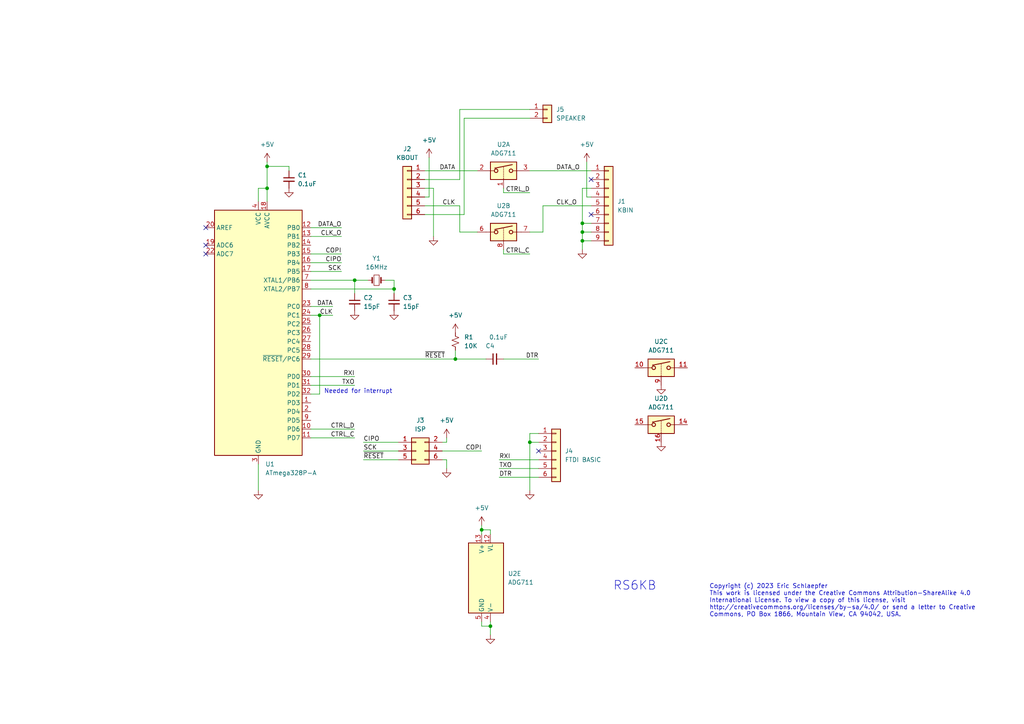
<source format=kicad_sch>
(kicad_sch (version 20211123) (generator eeschema)
  (paper "A4")
  (lib_symbols
    (symbol "Analog_Switch:DG412xUE" (pin_names (offset 0.254))
      (property "Reference" "U" (at -3.175 5.334 0))
      (property "Value" "DG412xUE" (at -3.175 3.556 0))
      (symbol "DG412xUE_1_1"
        (rectangle (start -3.81 2.54) (end 3.81 -2.54) (stroke (width 0.254)) (fill (type background)))
        (circle (center -2.159 0) (radius 0.508) (stroke (width 0.254)))
        (polyline (pts (xy -5.08 0) (xy -2.794 0)))
        (polyline (pts (xy -2.54 0.762) (xy 2.54 1.778)) (stroke (width 0.254)))
        (polyline (pts (xy 0 -2.54) (xy 0 -2.032)))
        (polyline (pts (xy 0 -1.778) (xy 0 -1.524)))
        (polyline (pts (xy 0 -1.27) (xy 0 -1.016)))
        (polyline (pts (xy 0 -0.762) (xy 0 -0.508)))
        (polyline (pts (xy 0 -0.254) (xy 0 0)))
        (polyline (pts (xy 0 0.254) (xy 0 0.508)))
        (polyline (pts (xy 0 0.762) (xy 0 1.016)))
        (polyline (pts (xy 5.08 0) (xy 2.794 0)))
        (circle (center 2.159 0) (radius 0.508) (stroke (width 0.254)))
        (pin input line (at 0 -5.08 90) (length 2.54) (name "~") (number "1"))
        (pin passive line (at -7.62 0 0) (length 2.54) (name "~") (number "2"))
        (pin passive line (at 7.62 0 180) (length 2.54) (name "~") (number "3"))
      )
      (symbol "DG412xUE_2_1"
        (rectangle (start -3.81 2.54) (end 3.81 -2.54) (stroke (width 0.254)) (fill (type background)))
        (circle (center -2.159 0) (radius 0.508) (stroke (width 0.254)))
        (polyline (pts (xy -5.08 0) (xy -2.794 0)))
        (polyline (pts (xy -2.54 0.762) (xy 2.54 1.778)) (stroke (width 0.254)))
        (polyline (pts (xy 0 -2.54) (xy 0 -2.032)))
        (polyline (pts (xy 0 -1.778) (xy 0 -1.524)))
        (polyline (pts (xy 0 -1.27) (xy 0 -1.016)))
        (polyline (pts (xy 0 -0.762) (xy 0 -0.508)))
        (polyline (pts (xy 0 -0.254) (xy 0 0)))
        (polyline (pts (xy 0 0.254) (xy 0 0.508)))
        (polyline (pts (xy 0 0.762) (xy 0 1.016)))
        (polyline (pts (xy 5.08 0) (xy 2.794 0)))
        (circle (center 2.159 0) (radius 0.508) (stroke (width 0.254)))
        (pin passive line (at -7.62 0 0) (length 2.54) (name "~") (number "6"))
        (pin passive line (at 7.62 0 180) (length 2.54) (name "~") (number "7"))
        (pin input line (at 0 -5.08 90) (length 2.54) (name "~") (number "8"))
      )
      (symbol "DG412xUE_3_1"
        (rectangle (start -3.81 2.54) (end 3.81 -2.54) (stroke (width 0.254)) (fill (type background)))
        (circle (center -2.159 0) (radius 0.508) (stroke (width 0.254)))
        (polyline (pts (xy -5.08 0) (xy -2.794 0)))
        (polyline (pts (xy -2.54 0.762) (xy 2.54 1.778)) (stroke (width 0.254)))
        (polyline (pts (xy 0 -2.54) (xy 0 -2.032)))
        (polyline (pts (xy 0 -1.778) (xy 0 -1.524)))
        (polyline (pts (xy 0 -1.27) (xy 0 -1.016)))
        (polyline (pts (xy 0 -0.762) (xy 0 -0.508)))
        (polyline (pts (xy 0 -0.254) (xy 0 0)))
        (polyline (pts (xy 0 0.254) (xy 0 0.508)))
        (polyline (pts (xy 0 0.762) (xy 0 1.016)))
        (polyline (pts (xy 5.08 0) (xy 2.794 0)))
        (circle (center 2.159 0) (radius 0.508) (stroke (width 0.254)))
        (pin passive line (at -7.62 0 0) (length 2.54) (name "~") (number "10"))
        (pin passive line (at 7.62 0 180) (length 2.54) (name "~") (number "11"))
        (pin input line (at 0 -5.08 90) (length 2.54) (name "~") (number "9"))
      )
      (symbol "DG412xUE_4_1"
        (rectangle (start -3.81 2.54) (end 3.81 -2.54) (stroke (width 0.254)) (fill (type background)))
        (circle (center -2.159 0) (radius 0.508) (stroke (width 0.254)))
        (polyline (pts (xy -5.08 0) (xy -2.794 0)))
        (polyline (pts (xy -2.54 0.762) (xy 2.54 1.778)) (stroke (width 0.254)))
        (polyline (pts (xy 0 -2.54) (xy 0 -2.032)))
        (polyline (pts (xy 0 -1.778) (xy 0 -1.524)))
        (polyline (pts (xy 0 -1.27) (xy 0 -1.016)))
        (polyline (pts (xy 0 -0.762) (xy 0 -0.508)))
        (polyline (pts (xy 0 -0.254) (xy 0 0)))
        (polyline (pts (xy 0 0.254) (xy 0 0.508)))
        (polyline (pts (xy 0 0.762) (xy 0 1.016)))
        (polyline (pts (xy 5.08 0) (xy 2.794 0)))
        (circle (center 2.159 0) (radius 0.508) (stroke (width 0.254)))
        (pin passive line (at 7.62 0 180) (length 2.54) (name "~") (number "14"))
        (pin passive line (at -7.62 0 0) (length 2.54) (name "~") (number "15"))
        (pin input line (at 0 -5.08 90) (length 2.54) (name "~") (number "16"))
      )
      (symbol "DG412xUE_5_0"
        (pin power_in line (at 2.54 12.7 270) (length 2.54) (name "VL") (number "12"))
        (pin power_in line (at 0 12.7 270) (length 2.54) (name "V+") (number "13"))
        (pin power_in line (at 2.54 -12.7 90) (length 2.54) (name "V-") (number "4"))
        (pin power_in line (at 0 -12.7 90) (length 2.54) (name "GND") (number "5"))
      )
      (symbol "DG412xUE_5_1"
        (rectangle (start -3.81 10.16) (end 6.35 -10.16) (stroke (width 0.254)) (fill (type background)))
      )
    )
    (symbol "Connector_Generic:Conn_01x02" (pin_names (offset 1.016) hide)
      (property "Reference" "J" (at 0 2.54 0))
      (property "Value" "Conn_01x02" (at 0 -5.08 0))
      (symbol "Conn_01x02_1_1"
        (rectangle (start -1.27 -2.413) (end 0 -2.667) (stroke (width 0.1524)))
        (rectangle (start -1.27 0.127) (end 0 -0.127) (stroke (width 0.1524)))
        (rectangle (start -1.27 1.27) (end 1.27 -3.81) (stroke (width 0.254)) (fill (type background)))
        (pin passive line (at -5.08 0 0) (length 3.81) (name "Pin_1") (number "1"))
        (pin passive line (at -5.08 -2.54 0) (length 3.81) (name "Pin_2") (number "2"))
      )
    )
    (symbol "Connector_Generic:Conn_01x06" (pin_names (offset 1.016) hide)
      (property "Reference" "J" (at 0 7.62 0))
      (property "Value" "Conn_01x06" (at 0 -10.16 0))
      (symbol "Conn_01x06_1_1"
        (rectangle (start -1.27 -7.493) (end 0 -7.747) (stroke (width 0.1524)))
        (rectangle (start -1.27 -4.953) (end 0 -5.207) (stroke (width 0.1524)))
        (rectangle (start -1.27 -2.413) (end 0 -2.667) (stroke (width 0.1524)))
        (rectangle (start -1.27 0.127) (end 0 -0.127) (stroke (width 0.1524)))
        (rectangle (start -1.27 2.667) (end 0 2.413) (stroke (width 0.1524)))
        (rectangle (start -1.27 5.207) (end 0 4.953) (stroke (width 0.1524)))
        (rectangle (start -1.27 6.35) (end 1.27 -8.89) (stroke (width 0.254)) (fill (type background)))
        (pin passive line (at -5.08 5.08 0) (length 3.81) (name "Pin_1") (number "1"))
        (pin passive line (at -5.08 2.54 0) (length 3.81) (name "Pin_2") (number "2"))
        (pin passive line (at -5.08 0 0) (length 3.81) (name "Pin_3") (number "3"))
        (pin passive line (at -5.08 -2.54 0) (length 3.81) (name "Pin_4") (number "4"))
        (pin passive line (at -5.08 -5.08 0) (length 3.81) (name "Pin_5") (number "5"))
        (pin passive line (at -5.08 -7.62 0) (length 3.81) (name "Pin_6") (number "6"))
      )
    )
    (symbol "Connector_Generic:Conn_01x09" (pin_names (offset 1.016) hide)
      (property "Reference" "J" (at 0 12.7 0))
      (property "Value" "Conn_01x09" (at 0 -12.7 0))
      (symbol "Conn_01x09_1_1"
        (rectangle (start -1.27 -10.033) (end 0 -10.287) (stroke (width 0.1524)))
        (rectangle (start -1.27 -7.493) (end 0 -7.747) (stroke (width 0.1524)))
        (rectangle (start -1.27 -4.953) (end 0 -5.207) (stroke (width 0.1524)))
        (rectangle (start -1.27 -2.413) (end 0 -2.667) (stroke (width 0.1524)))
        (rectangle (start -1.27 0.127) (end 0 -0.127) (stroke (width 0.1524)))
        (rectangle (start -1.27 2.667) (end 0 2.413) (stroke (width 0.1524)))
        (rectangle (start -1.27 5.207) (end 0 4.953) (stroke (width 0.1524)))
        (rectangle (start -1.27 7.747) (end 0 7.493) (stroke (width 0.1524)))
        (rectangle (start -1.27 10.287) (end 0 10.033) (stroke (width 0.1524)))
        (rectangle (start -1.27 11.43) (end 1.27 -11.43) (stroke (width 0.254)) (fill (type background)))
        (pin passive line (at -5.08 10.16 0) (length 3.81) (name "Pin_1") (number "1"))
        (pin passive line (at -5.08 7.62 0) (length 3.81) (name "Pin_2") (number "2"))
        (pin passive line (at -5.08 5.08 0) (length 3.81) (name "Pin_3") (number "3"))
        (pin passive line (at -5.08 2.54 0) (length 3.81) (name "Pin_4") (number "4"))
        (pin passive line (at -5.08 0 0) (length 3.81) (name "Pin_5") (number "5"))
        (pin passive line (at -5.08 -2.54 0) (length 3.81) (name "Pin_6") (number "6"))
        (pin passive line (at -5.08 -5.08 0) (length 3.81) (name "Pin_7") (number "7"))
        (pin passive line (at -5.08 -7.62 0) (length 3.81) (name "Pin_8") (number "8"))
        (pin passive line (at -5.08 -10.16 0) (length 3.81) (name "Pin_9") (number "9"))
      )
    )
    (symbol "Connector_Generic:Conn_02x03_Odd_Even" (pin_names (offset 1.016) hide)
      (property "Reference" "J" (at 1.27 5.08 0))
      (property "Value" "Conn_02x03_Odd_Even" (at 1.27 -5.08 0))
      (symbol "Conn_02x03_Odd_Even_1_1"
        (rectangle (start -1.27 -2.413) (end 0 -2.667) (stroke (width 0.1524)))
        (rectangle (start -1.27 0.127) (end 0 -0.127) (stroke (width 0.1524)))
        (rectangle (start -1.27 2.667) (end 0 2.413) (stroke (width 0.1524)))
        (rectangle (start -1.27 3.81) (end 3.81 -3.81) (stroke (width 0.254)) (fill (type background)))
        (rectangle (start 3.81 -2.413) (end 2.54 -2.667) (stroke (width 0.1524)))
        (rectangle (start 3.81 0.127) (end 2.54 -0.127) (stroke (width 0.1524)))
        (rectangle (start 3.81 2.667) (end 2.54 2.413) (stroke (width 0.1524)))
        (pin passive line (at -5.08 2.54 0) (length 3.81) (name "Pin_1") (number "1"))
        (pin passive line (at 7.62 2.54 180) (length 3.81) (name "Pin_2") (number "2"))
        (pin passive line (at -5.08 0 0) (length 3.81) (name "Pin_3") (number "3"))
        (pin passive line (at 7.62 0 180) (length 3.81) (name "Pin_4") (number "4"))
        (pin passive line (at -5.08 -2.54 0) (length 3.81) (name "Pin_5") (number "5"))
        (pin passive line (at 7.62 -2.54 180) (length 3.81) (name "Pin_6") (number "6"))
      )
    )
    (symbol "Device:C_Small" (pin_numbers hide) (pin_names (offset 0.254) hide)
      (property "Reference" "C" (at 0.254 1.778 0))
      (property "Value" "C_Small" (at 0.254 -2.032 0))
      (symbol "C_Small_0_1"
        (polyline (pts (xy -1.524 -0.508) (xy 1.524 -0.508)) (stroke (width 0.3302)))
        (polyline (pts (xy -1.524 0.508) (xy 1.524 0.508)) (stroke (width 0.3048)))
      )
      (symbol "C_Small_1_1"
        (pin passive line (at 0 2.54 270) (length 2.032) (name "~") (number "1"))
        (pin passive line (at 0 -2.54 90) (length 2.032) (name "~") (number "2"))
      )
    )
    (symbol "Device:Crystal_Small" (pin_numbers hide) (pin_names (offset 1.016) hide)
      (property "Reference" "Y" (at 0 2.54 0))
      (property "Value" "Crystal_Small" (at 0 -2.54 0))
      (symbol "Crystal_Small_0_1"
        (rectangle (start -0.762 -1.524) (end 0.762 1.524))
        (polyline (pts (xy -1.27 -0.762) (xy -1.27 0.762)) (stroke (width 0.381)))
        (polyline (pts (xy 1.27 -0.762) (xy 1.27 0.762)) (stroke (width 0.381)))
      )
      (symbol "Crystal_Small_1_1"
        (pin passive line (at -2.54 0 0) (length 1.27) (name "1") (number "1"))
        (pin passive line (at 2.54 0 180) (length 1.27) (name "2") (number "2"))
      )
    )
    (symbol "Device:R_Small_US" (pin_numbers hide) (pin_names (offset 0.254) hide)
      (property "Reference" "R" (at 0.762 0.508 0))
      (property "Value" "R_Small_US" (at 0.762 -1.016 0))
      (symbol "R_Small_US_1_1"
        (polyline (pts (xy 0 0) (xy 1.016 -0.381) (xy 0 -0.762) (xy -1.016 -1.143) (xy 0 -1.524)))
        (polyline (pts (xy 0 1.524) (xy 1.016 1.143) (xy 0 0.762) (xy -1.016 0.381) (xy 0 0)))
        (pin passive line (at 0 2.54 270) (length 1.016) (name "~") (number "1"))
        (pin passive line (at 0 -2.54 90) (length 1.016) (name "~") (number "2"))
      )
    )
    (symbol "GND_1" (power) (pin_names (offset 0))
      (property "Value" "GND_1" (at 0 -3.81 0))
      (symbol "GND_1_0_1"
        (polyline (pts (xy 0 0) (xy 0 -1.27) (xy 1.27 -1.27) (xy 0 -2.54) (xy -1.27 -1.27) (xy 0 -1.27)))
      )
      (symbol "GND_1_1_1"
        (pin power_in line (at 0 0 270) (length 0) hide (name "GND") (number "1"))
      )
    )
    (symbol "MCU_Microchip_ATmega:ATmega328P-A"
      (property "Reference" "U" (at -12.7 36.83 0))
      (property "Value" "ATmega328P-A" (at 2.54 -36.83 0))
      (symbol "ATmega328P-A_0_1"
        (rectangle (start -12.7 -35.56) (end 12.7 35.56) (stroke (width 0.254)) (fill (type background)))
      )
      (symbol "ATmega328P-A_1_1"
        (pin bidirectional line (at 15.24 -20.32 180) (length 2.54) (name "PD3") (number "1"))
        (pin bidirectional line (at 15.24 -27.94 180) (length 2.54) (name "PD6") (number "10"))
        (pin bidirectional line (at 15.24 -30.48 180) (length 2.54) (name "PD7") (number "11"))
        (pin bidirectional line (at 15.24 30.48 180) (length 2.54) (name "PB0") (number "12"))
        (pin bidirectional line (at 15.24 27.94 180) (length 2.54) (name "PB1") (number "13"))
        (pin bidirectional line (at 15.24 25.4 180) (length 2.54) (name "PB2") (number "14"))
        (pin bidirectional line (at 15.24 22.86 180) (length 2.54) (name "PB3") (number "15"))
        (pin bidirectional line (at 15.24 20.32 180) (length 2.54) (name "PB4") (number "16"))
        (pin bidirectional line (at 15.24 17.78 180) (length 2.54) (name "PB5") (number "17"))
        (pin power_in line (at 2.54 38.1 270) (length 2.54) (name "AVCC") (number "18"))
        (pin input line (at -15.24 25.4 0) (length 2.54) (name "ADC6") (number "19"))
        (pin bidirectional line (at 15.24 -22.86 180) (length 2.54) (name "PD4") (number "2"))
        (pin passive line (at -15.24 30.48 0) (length 2.54) (name "AREF") (number "20"))
        (pin passive line (at 0 -38.1 90) (length 2.54) hide (name "GND") (number "21"))
        (pin input line (at -15.24 22.86 0) (length 2.54) (name "ADC7") (number "22"))
        (pin bidirectional line (at 15.24 7.62 180) (length 2.54) (name "PC0") (number "23"))
        (pin bidirectional line (at 15.24 5.08 180) (length 2.54) (name "PC1") (number "24"))
        (pin bidirectional line (at 15.24 2.54 180) (length 2.54) (name "PC2") (number "25"))
        (pin bidirectional line (at 15.24 0 180) (length 2.54) (name "PC3") (number "26"))
        (pin bidirectional line (at 15.24 -2.54 180) (length 2.54) (name "PC4") (number "27"))
        (pin bidirectional line (at 15.24 -5.08 180) (length 2.54) (name "PC5") (number "28"))
        (pin bidirectional line (at 15.24 -7.62 180) (length 2.54) (name "~{RESET}/PC6") (number "29"))
        (pin power_in line (at 0 -38.1 90) (length 2.54) (name "GND") (number "3"))
        (pin bidirectional line (at 15.24 -12.7 180) (length 2.54) (name "PD0") (number "30"))
        (pin bidirectional line (at 15.24 -15.24 180) (length 2.54) (name "PD1") (number "31"))
        (pin bidirectional line (at 15.24 -17.78 180) (length 2.54) (name "PD2") (number "32"))
        (pin power_in line (at 0 38.1 270) (length 2.54) (name "VCC") (number "4"))
        (pin passive line (at 0 -38.1 90) (length 2.54) hide (name "GND") (number "5"))
        (pin passive line (at 0 38.1 270) (length 2.54) hide (name "VCC") (number "6"))
        (pin bidirectional line (at 15.24 15.24 180) (length 2.54) (name "XTAL1/PB6") (number "7"))
        (pin bidirectional line (at 15.24 12.7 180) (length 2.54) (name "XTAL2/PB7") (number "8"))
        (pin bidirectional line (at 15.24 -25.4 180) (length 2.54) (name "PD5") (number "9"))
      )
    )
    (symbol "power:+5V" (power) (pin_names (offset 0))
      (property "Value" "+5V" (at 0 3.556 0))
      (symbol "+5V_0_1"
        (polyline (pts (xy -0.762 1.27) (xy 0 2.54)))
        (polyline (pts (xy 0 0) (xy 0 2.54)))
        (polyline (pts (xy 0 2.54) (xy 0.762 1.27)))
      )
      (symbol "+5V_1_1"
        (pin power_in line (at 0 0 90) (length 0) hide (name "+5V") (number "1"))
      )
    )
    (symbol "power:GND" (power) (pin_names (offset 0))
      (property "Value" "GND" (at 0 -3.81 0))
      (symbol "GND_0_1"
        (polyline (pts (xy 0 0) (xy 0 -1.27) (xy 1.27 -1.27) (xy 0 -2.54) (xy -1.27 -1.27) (xy 0 -1.27)))
      )
      (symbol "GND_1_1"
        (pin power_in line (at 0 0 270) (length 0) hide (name "GND") (number "1"))
      )
    )
  )
  (junction (at 77.47 54.61))
  (junction (at 92.71 91.44))
  (junction (at 114.3 83.82))
  (junction (at 77.47 48.26))
  (junction (at 142.24 181.61))
  (junction (at 153.67 128.27))
  (junction (at 168.91 67.31))
  (junction (at 168.91 64.77))
  (junction (at 139.7 153.67))
  (junction (at 102.87 81.28))
  (junction (at 168.91 69.85))
  (junction (at 132.08 104.14))
  (no_connect (at 59.69 71.12))
  (no_connect (at 59.69 66.04))
  (no_connect (at 59.69 73.66))
  (no_connect (at 156.21 130.81))
  (no_connect (at 171.45 52.07))
  (no_connect (at 171.45 62.23))
  (wire (pts (xy 90.17 114.3) (xy 92.71 114.3)))
  (wire (pts (xy 90.17 104.14) (xy 132.08 104.14)))
  (wire (pts (xy 168.91 67.31) (xy 171.45 67.31)))
  (wire (pts (xy 92.71 91.44) (xy 96.52 91.44)))
  (wire (pts (xy 105.41 133.35) (xy 115.57 133.35)))
  (wire (pts (xy 157.48 59.69) (xy 171.45 59.69)))
  (wire (pts (xy 139.7 153.67) (xy 139.7 154.94)))
  (wire (pts (xy 168.91 69.85) (xy 171.45 69.85)))
  (wire (pts (xy 133.35 52.07) (xy 133.35 31.75)))
  (wire (pts (xy 153.67 125.73) (xy 153.67 128.27)))
  (wire (pts (xy 114.3 83.82) (xy 114.3 81.28)))
  (wire (pts (xy 139.7 180.34) (xy 139.7 181.61)))
  (wire (pts (xy 90.17 111.76) (xy 102.87 111.76)))
  (wire (pts (xy 74.93 134.62) (xy 74.93 142.24)))
  (wire (pts (xy 123.19 52.07) (xy 133.35 52.07)))
  (wire (pts (xy 153.67 128.27) (xy 153.67 142.24)))
  (wire (pts (xy 123.19 49.53) (xy 138.43 49.53)))
  (wire (pts (xy 171.45 54.61) (xy 168.91 54.61)))
  (wire (pts (xy 90.17 124.46) (xy 102.87 124.46)))
  (wire (pts (xy 90.17 88.9) (xy 96.52 88.9)))
  (wire (pts (xy 156.21 125.73) (xy 153.67 125.73)))
  (wire (pts (xy 102.87 81.28) (xy 106.68 81.28)))
  (wire (pts (xy 90.17 78.74) (xy 99.06 78.74)))
  (wire (pts (xy 134.62 34.29) (xy 153.67 34.29)))
  (wire (pts (xy 74.93 58.42) (xy 74.93 54.61)))
  (wire (pts (xy 168.91 69.85) (xy 168.91 72.39)))
  (wire (pts (xy 132.08 101.6) (xy 132.08 104.14)))
  (wire (pts (xy 156.21 128.27) (xy 153.67 128.27)))
  (wire (pts (xy 90.17 66.04) (xy 99.06 66.04)))
  (wire (pts (xy 170.18 46.99) (xy 170.18 57.15)))
  (wire (pts (xy 157.48 67.31) (xy 157.48 59.69)))
  (wire (pts (xy 142.24 181.61) (xy 142.24 184.15)))
  (wire (pts (xy 102.87 81.28) (xy 102.87 85.09)))
  (wire (pts (xy 105.41 130.81) (xy 115.57 130.81)))
  (wire (pts (xy 153.67 67.31) (xy 157.48 67.31)))
  (wire (pts (xy 114.3 81.28) (xy 111.76 81.28)))
  (wire (pts (xy 83.82 48.26) (xy 83.82 49.53)))
  (wire (pts (xy 142.24 153.67) (xy 142.24 154.94)))
  (wire (pts (xy 77.47 54.61) (xy 77.47 58.42)))
  (wire (pts (xy 123.19 54.61) (xy 125.73 54.61)))
  (wire (pts (xy 129.54 127) (xy 129.54 128.27)))
  (wire (pts (xy 170.18 57.15) (xy 171.45 57.15)))
  (wire (pts (xy 90.17 73.66) (xy 99.06 73.66)))
  (wire (pts (xy 133.35 67.31) (xy 138.43 67.31)))
  (wire (pts (xy 123.19 62.23) (xy 134.62 62.23)))
  (wire (pts (xy 146.05 54.61) (xy 146.05 55.88)))
  (wire (pts (xy 153.67 49.53) (xy 171.45 49.53)))
  (wire (pts (xy 124.46 45.72) (xy 124.46 57.15)))
  (wire (pts (xy 114.3 83.82) (xy 114.3 85.09)))
  (wire (pts (xy 105.41 128.27) (xy 115.57 128.27)))
  (wire (pts (xy 144.78 133.35) (xy 156.21 133.35)))
  (wire (pts (xy 123.19 57.15) (xy 124.46 57.15)))
  (wire (pts (xy 142.24 181.61) (xy 142.24 180.34)))
  (wire (pts (xy 146.05 73.66) (xy 153.67 73.66)))
  (wire (pts (xy 144.78 135.89) (xy 156.21 135.89)))
  (wire (pts (xy 90.17 109.22) (xy 102.87 109.22)))
  (wire (pts (xy 139.7 152.4) (xy 139.7 153.67)))
  (wire (pts (xy 132.08 104.14) (xy 140.97 104.14)))
  (wire (pts (xy 90.17 127) (xy 102.87 127)))
  (wire (pts (xy 77.47 48.26) (xy 83.82 48.26)))
  (wire (pts (xy 153.67 55.88) (xy 146.05 55.88)))
  (wire (pts (xy 90.17 91.44) (xy 92.71 91.44)))
  (wire (pts (xy 128.27 130.81) (xy 139.7 130.81)))
  (wire (pts (xy 133.35 31.75) (xy 153.67 31.75)))
  (wire (pts (xy 168.91 64.77) (xy 171.45 64.77)))
  (wire (pts (xy 133.35 59.69) (xy 133.35 67.31)))
  (wire (pts (xy 90.17 83.82) (xy 114.3 83.82)))
  (wire (pts (xy 77.47 48.26) (xy 77.47 54.61)))
  (wire (pts (xy 90.17 81.28) (xy 102.87 81.28)))
  (wire (pts (xy 90.17 76.2) (xy 99.06 76.2)))
  (wire (pts (xy 74.93 54.61) (xy 77.47 54.61)))
  (wire (pts (xy 128.27 128.27) (xy 129.54 128.27)))
  (wire (pts (xy 168.91 54.61) (xy 168.91 64.77)))
  (wire (pts (xy 168.91 67.31) (xy 168.91 69.85)))
  (wire (pts (xy 134.62 62.23) (xy 134.62 34.29)))
  (wire (pts (xy 129.54 133.35) (xy 129.54 135.89)))
  (wire (pts (xy 90.17 68.58) (xy 99.06 68.58)))
  (wire (pts (xy 125.73 54.61) (xy 125.73 68.58)))
  (wire (pts (xy 139.7 181.61) (xy 142.24 181.61)))
  (wire (pts (xy 146.05 72.39) (xy 146.05 73.66)))
  (wire (pts (xy 77.47 46.99) (xy 77.47 48.26)))
  (wire (pts (xy 146.05 104.14) (xy 156.21 104.14)))
  (wire (pts (xy 144.78 138.43) (xy 156.21 138.43)))
  (wire (pts (xy 128.27 133.35) (xy 129.54 133.35)))
  (wire (pts (xy 139.7 153.67) (xy 142.24 153.67)))
  (wire (pts (xy 168.91 64.77) (xy 168.91 67.31)))
  (wire (pts (xy 123.19 59.69) (xy 133.35 59.69)))
  (wire (pts (xy 92.71 91.44) (xy 92.71 114.3)))
  (text "Copyright (c) 2023 Eric Schlaepfer\nThis work is licensed under the Creative Commons Attribution-ShareAlike 4.0\nInternational License. To view a copy of this license, visit\nhttp://creativecommons.org/licenses/by-sa/4.0/ or send a letter to Creative\nCommons, PO Box 1866, Mountain View, CA 94042, USA." (at 205.74 179.07 0) (effects (font (size 1.27 1.27)) (justify left bottom)))
  (text "RS6KB" (at 177.8 171.45 0) (effects (font (size 2.54 2.54)) (justify left bottom)))
  (text "Needed for interrupt" (at 93.98 114.3 0) (effects (font (size 1.27 1.27)) (justify left bottom)))
  (label "CIPO" (at 105.41 128.27 0))
  (label "SCK" (at 105.41 130.81 0))
  (label "CTRL_D" (at 153.67 55.88 180))
  (label "CLK" (at 96.52 91.44 180))
  (label "TXO" (at 144.78 135.89 0))
  (label "CLK" (at 132.08 59.69 180))
  (label "RXI" (at 144.78 133.35 0))
  (label "CLK_O" (at 99.06 68.58 180))
  (label "DATA" (at 96.52 88.9 180))
  (label "CLK_O" (at 161.29 59.69 0))
  (label "RXI" (at 102.87 109.22 180))
  (label "DTR" (at 156.21 104.14 180))
  (label "COPI" (at 139.7 130.81 180))
  (label "CTRL_C" (at 102.87 127 180))
  (label "DATA" (at 132.08 49.53 180))
  (label "DTR" (at 144.78 138.43 0))
  (label "~{RESET}" (at 123.19 104.14 0))
  (label "~{RESET}" (at 105.41 133.35 0))
  (label "CIPO" (at 99.06 76.2 180))
  (label "COPI" (at 99.06 73.66 180))
  (label "TXO" (at 102.87 111.76 180))
  (label "CTRL_C" (at 153.67 73.66 180))
  (label "DATA_O" (at 99.06 66.04 180))
  (label "SCK" (at 99.06 78.74 180))
  (label "DATA_O" (at 161.29 49.53 0))
  (label "CTRL_D" (at 102.87 124.46 180))
  (symbol (lib_id "power:GND") (at 129.54 135.89 0) (unit 1)
    (property "Reference" "#PWR010" (effects hide))
    (property "Value" "GND" (effects hide))
  )
  (symbol (lib_id "Analog_Switch:DG412xUE") (at 146.05 49.53 0) (unit 1)
    (property "Reference" "U2" (at 146.05 41.91 0))
    (property "Value" "ADG711" (at 146.05 44.45 0))
    (property "Footprint" "Active:TSOP65P640X110-16" (effects hide))
    (property "Datasheet" "https://datasheets.maximintegrated.com/en/ds/DG411-DG413.pdf" (effects hide))
    (property "Mouser" "584-ADG711BRUZ-R7" (effects hide))
  )
  (symbol (lib_id "Device:C_Small") (at 143.51 104.14 90) (unit 1)
    (property "Reference" "C4" (at 143.51 100.33 90) (effects (justify left)))
    (property "Value" "0.1uF" (at 147.32 97.79 90) (effects (justify left)))
    (property "Footprint" "Passive:CAPC1608X100" (effects hide))
  )
  (symbol (lib_id "Analog_Switch:DG412xUE") (at 139.7 167.64 0) (unit 5)
    (property "Reference" "U2" (at 147.32 166.3699 0) (effects (justify left)))
    (property "Value" "ADG711" (at 147.32 168.9099 0) (effects (justify left)))
    (property "Footprint" "Active:TSOP65P640X110-16" (effects hide))
    (property "Datasheet" "https://datasheets.maximintegrated.com/en/ds/DG411-DG413.pdf" (effects hide))
    (property "Mouser" "584-ADG711BRUZ-R7" (effects hide))
  )
  (symbol (lib_id "Device:R_Small_US") (at 132.08 99.06 0) (unit 1)
    (property "Reference" "R1" (at 134.62 97.7899 0) (effects (justify left)))
    (property "Value" "10K" (at 134.62 100.3299 0) (effects (justify left)))
    (property "Footprint" "Passive:RESC1608X55" (effects hide))
  )
  (symbol (lib_id "Connector_Generic:Conn_01x06") (at 118.11 54.61 0) (mirror y) (unit 1)
    (property "Reference" "J2" (at 118.11 43.18 0))
    (property "Value" "KBOUT" (at 118.11 45.72 0))
    (property "Footprint" "Connector_PinHeader_2.54mm:PinHeader_1x06_P2.54mm_Vertical" (effects hide))
  )
  (symbol (lib_id "Device:C_Small") (at 83.82 52.07 0) (unit 1)
    (property "Reference" "C1" (at 86.36 50.8062 0) (effects (justify left)))
    (property "Value" "0.1uF" (at 86.36 53.34 0) (effects (justify left)))
    (property "Footprint" "Passive:CAPC1608X100" (effects hide))
  )
  (symbol (lib_id "power:GND") (at 74.93 142.24 0) (unit 1)
    (property "Reference" "#PWR01" (effects hide))
    (property "Value" "GND" (effects hide))
  )
  (symbol (lib_id "power:+5V") (at 124.46 45.72 0) (unit 1)
    (property "Reference" "#PWR07" (effects hide))
    (property "Value" "+5V" (at 124.46 40.64 0))
  )
  (symbol (lib_id "Connector_Generic:Conn_01x06") (at 161.29 130.81 0) (unit 1)
    (property "Reference" "J4" (at 163.83 130.8099 0) (effects (justify left)))
    (property "Value" "FTDI BASIC" (at 163.83 133.3499 0) (effects (justify left)))
    (property "Footprint" "Connector_PinHeader_2.54mm:PinHeader_1x06_P2.54mm_Vertical" (effects hide))
  )
  (symbol (lib_id "power:+5V") (at 129.54 127 0) (unit 1)
    (property "Reference" "#PWR09" (effects hide))
    (property "Value" "+5V" (at 129.54 121.92 0))
  )
  (symbol (lib_id "Device:C_Small") (at 102.87 87.63 0) (unit 1)
    (property "Reference" "C2" (at 105.41 86.3662 0) (effects (justify left)))
    (property "Value" "15pF" (at 105.41 88.9062 0) (effects (justify left)))
    (property "Footprint" "Passive:CAPC1608X100" (effects hide))
  )
  (symbol (lib_id "power:GND") (at 191.77 128.27 0) (unit 1)
    (property "Reference" "#PWR0101" (effects hide))
    (property "Value" "GND" (effects hide))
  )
  (symbol (lib_id "power:+5V") (at 132.08 96.52 0) (unit 1)
    (property "Reference" "#PWR011" (effects hide))
    (property "Value" "+5V" (at 132.08 91.44 0))
  )
  (symbol (lib_name "GND_1") (lib_id "power:GND") (at 102.87 90.17 0) (unit 1)
    (property "Reference" "#PWR04" (effects hide))
    (property "Value" "GND" (effects hide))
  )
  (symbol (lib_name "GND_1") (lib_id "power:GND") (at 83.82 54.61 0) (unit 1)
    (property "Reference" "#PWR03" (effects hide))
    (property "Value" "GND" (effects hide))
  )
  (symbol (lib_id "Connector_Generic:Conn_02x03_Odd_Even") (at 120.65 130.81 0) (unit 1)
    (property "Reference" "J3" (at 121.92 121.92 0))
    (property "Value" "ISP" (at 121.92 124.46 0))
    (property "Footprint" "Connector_PinHeader_2.54mm:PinHeader_2x03_P2.54mm_Vertical" (effects hide))
  )
  (symbol (lib_id "power:+5V") (at 170.18 46.99 0) (unit 1)
    (property "Reference" "#PWR015" (effects hide))
    (property "Value" "+5V" (at 170.18 41.91 0))
  )
  (symbol (lib_id "power:+5V") (at 77.47 46.99 0) (unit 1)
    (property "Reference" "#PWR02" (effects hide))
    (property "Value" "+5V" (at 77.47 41.91 0))
  )
  (symbol (lib_id "power:GND") (at 191.77 111.76 0) (unit 1)
    (property "Reference" "#PWR0102" (effects hide))
    (property "Value" "GND" (effects hide))
  )
  (symbol (lib_id "Analog_Switch:DG412xUE") (at 191.77 106.68 0) (unit 3)
    (property "Reference" "U2" (at 191.77 99.06 0))
    (property "Value" "ADG711" (at 191.77 101.6 0))
    (property "Footprint" "Active:TSOP65P640X110-16" (effects hide))
    (property "Datasheet" "https://datasheets.maximintegrated.com/en/ds/DG411-DG413.pdf" (effects hide))
    (property "Mouser" "584-ADG711BRUZ-R7" (effects hide))
  )
  (symbol (lib_id "Connector_Generic:Conn_01x02") (at 158.75 31.75 0) (unit 1)
    (property "Reference" "J5" (at 161.29 31.7499 0) (effects (justify left)))
    (property "Value" "SPEAKER" (at 161.29 34.2899 0) (effects (justify left)))
    (property "Footprint" "Connector_PinHeader_2.54mm:PinHeader_1x02_P2.54mm_Vertical" (effects hide))
  )
  (symbol (lib_id "Connector_Generic:Conn_01x09") (at 176.53 59.69 0) (unit 1)
    (property "Reference" "J1" (at 179.07 58.4199 0) (effects (justify left)))
    (property "Value" "KBIN" (at 179.07 60.9599 0) (effects (justify left)))
    (property "Footprint" "Conn:CUI_MD-60SG" (effects hide))
    (property "Mouser" "806-KMDGX-6S-BS" (effects hide))
  )
  (symbol (lib_name "GND_1") (lib_id "power:GND") (at 125.73 68.58 0) (unit 1)
    (property "Reference" "#PWR08" (effects hide))
    (property "Value" "GND" (effects hide))
  )
  (symbol (lib_id "power:GND") (at 153.67 142.24 0) (unit 1)
    (property "Reference" "#PWR016" (effects hide))
    (property "Value" "GND" (effects hide))
  )
  (symbol (lib_id "power:+5V") (at 139.7 152.4 0) (unit 1)
    (property "Reference" "#PWR012" (effects hide))
    (property "Value" "+5V" (at 139.7 147.32 0))
  )
  (symbol (lib_id "power:GND") (at 142.24 184.15 0) (unit 1)
    (property "Reference" "#PWR013" (effects hide))
    (property "Value" "GND" (effects hide))
  )
  (symbol (lib_id "MCU_Microchip_ATmega:ATmega328P-A") (at 74.93 96.52 0) (unit 1)
    (property "Reference" "U1" (at 76.9494 134.62 0) (effects (justify left)))
    (property "Value" "ATmega328P-A" (at 76.9494 137.16 0) (effects (justify left)))
    (property "Footprint" "Active:TQFP80P900X900X120-32" (effects hide))
    (property "Datasheet" "http://ww1.microchip.com/downloads/en/DeviceDoc/ATmega328_P%20AVR%20MCU%20with%20picoPower%20Technology%20Data%20Sheet%2040001984A.pdf" (effects hide))
  )
  (symbol (lib_id "Device:C_Small") (at 114.3 87.63 0) (unit 1)
    (property "Reference" "C3" (at 116.84 86.3662 0) (effects (justify left)))
    (property "Value" "15pF" (at 116.84 88.9062 0) (effects (justify left)))
    (property "Footprint" "Passive:CAPC1608X100" (effects hide))
  )
  (symbol (lib_id "Analog_Switch:DG412xUE") (at 146.05 67.31 0) (unit 2)
    (property "Reference" "U2" (at 146.05 59.69 0))
    (property "Value" "ADG711" (at 146.05 62.23 0))
    (property "Footprint" "Active:TSOP65P640X110-16" (effects hide))
    (property "Datasheet" "https://datasheets.maximintegrated.com/en/ds/DG411-DG413.pdf" (effects hide))
    (property "Mouser" "584-ADG711BRUZ-R7" (effects hide))
  )
  (symbol (lib_name "GND_1") (lib_id "power:GND") (at 168.91 72.39 0) (unit 1)
    (property "Reference" "#PWR014" (effects hide))
    (property "Value" "GND" (effects hide))
  )
  (symbol (lib_id "Analog_Switch:DG412xUE") (at 191.77 123.19 0) (unit 4)
    (property "Reference" "U2" (at 191.77 115.57 0))
    (property "Value" "ADG711" (at 191.77 118.11 0))
    (property "Footprint" "Active:TSOP65P640X110-16" (effects hide))
    (property "Datasheet" "https://datasheets.maximintegrated.com/en/ds/DG411-DG413.pdf" (effects hide))
    (property "Mouser" "584-ADG711BRUZ-R7" (effects hide))
  )
  (symbol (lib_id "Device:Crystal_Small") (at 109.22 81.28 0) (unit 1)
    (property "Reference" "Y1" (at 109.22 74.93 0))
    (property "Value" "16MHz" (at 109.22 77.47 0))
    (property "Footprint" "Passive:XTAL500X320X120-2" (effects hide))
    (property "Mouser" "815-ABM3-16-B2-T" (effects hide))
  )
  (symbol (lib_name "GND_1") (lib_id "power:GND") (at 114.3 90.17 0) (unit 1)
    (property "Reference" "#PWR05" (effects hide))
    (property "Value" "GND" (effects hide))
  )
)
</source>
